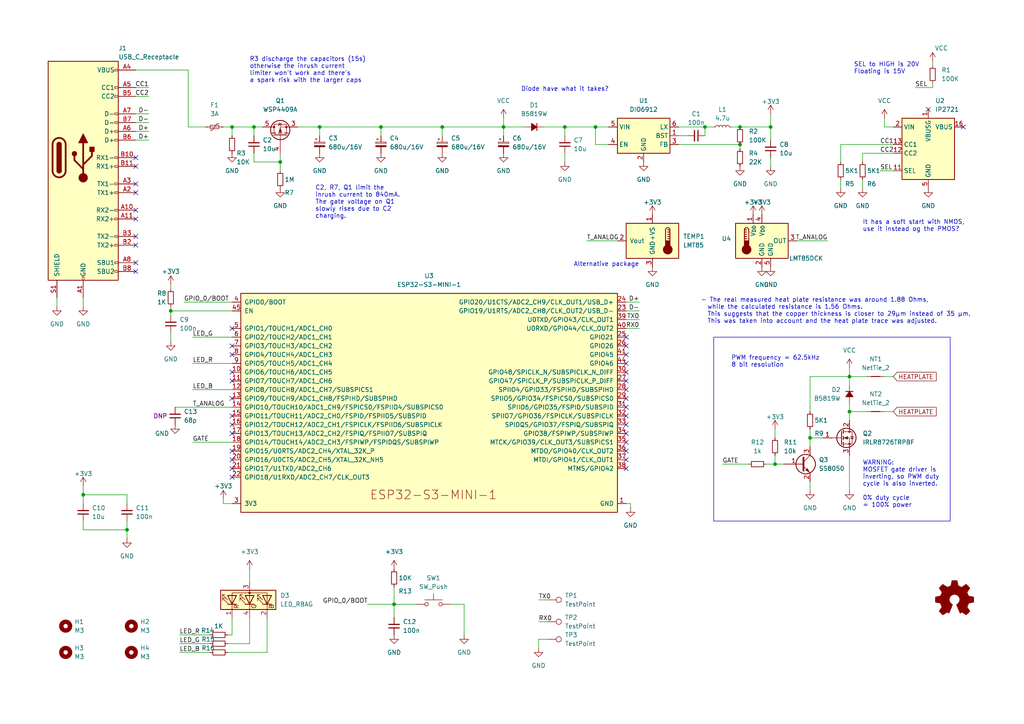
<source format=kicad_sch>
(kicad_sch (version 20230121) (generator eeschema)
  (paper "A4")
  (title_block (title "reflow solder plate") (date "2022-03-18") (rev "1.1"))
  (junction (at 92.71 36.83))
  (junction (at 73.66 36.83))
  (junction (at 223.52 36.83))
  (junction (at 24.13 143.51))
  (junction (at 49.53 90.17))
  (junction (at 110.49 36.83))
  (junction (at 224.79 134.62))
  (junction (at 128.27 36.83))
  (junction (at 81.28 46.99))
  (junction (at 146.05 36.83))
  (junction (at 204.47 36.83))
  (junction (at 214.63 41.91))
  (junction (at 36.83 153.67))
  (junction (at 114.3 175.26))
  (junction (at 163.83 36.83))
  (junction (at 172.72 36.83))
  (junction (at 246.38 119.38))
  (junction (at 67.31 36.83))
  (junction (at 246.38 109.22))
  (junction (at 214.63 36.83))
  (junction (at 234.95 127))
  (no_connect (at 67.31 130.81))
  (no_connect (at 67.31 133.35))
  (no_connect (at 67.31 135.89))
  (no_connect (at 67.31 138.43))
  (no_connect (at 67.31 100.33))
  (no_connect (at 67.31 102.87))
  (no_connect (at 67.31 107.95))
  (no_connect (at 67.31 110.49))
  (no_connect (at 67.31 95.25))
  (no_connect (at 67.31 115.57))
  (no_connect (at 67.31 120.65))
  (no_connect (at 67.31 123.19))
  (no_connect (at 67.31 125.73))
  (no_connect (at 181.61 107.95))
  (no_connect (at 181.61 105.41))
  (no_connect (at 181.61 102.87))
  (no_connect (at 181.61 100.33))
  (no_connect (at 181.61 97.79))
  (no_connect (at 181.61 135.89))
  (no_connect (at 181.61 133.35))
  (no_connect (at 181.61 130.81))
  (no_connect (at 181.61 128.27))
  (no_connect (at 181.61 125.73))
  (no_connect (at 181.61 123.19))
  (no_connect (at 181.61 120.65))
  (no_connect (at 181.61 118.11))
  (no_connect (at 181.61 115.57))
  (no_connect (at 181.61 113.03))
  (no_connect (at 181.61 110.49))
  (no_connect (at 279.4 36.83))
  (no_connect (at 269.24 31.75))
  (no_connect (at 39.37 78.74))
  (no_connect (at 39.37 76.2))
  (no_connect (at 39.37 45.72))
  (no_connect (at 39.37 71.12))
  (no_connect (at 39.37 68.58))
  (no_connect (at 39.37 63.5))
  (no_connect (at 39.37 55.88))
  (no_connect (at 39.37 60.96))
  (no_connect (at 39.37 53.34))
  (no_connect (at 39.37 48.26))
  (wire (pts (xy 81.28 44.45) (xy 81.28 46.99)))
  (wire (pts (xy 54.61 36.83) (xy 59.69 36.83)))
  (wire (pts (xy 181.61 90.17) (xy 185.42 90.17)))
  (wire (pts (xy 176.53 36.83) (xy 172.72 36.83)))
  (wire (pts (xy 181.61 95.25) (xy 185.42 95.25)))
  (wire (pts (xy 73.66 44.45) (xy 73.66 46.99)))
  (wire (pts (xy 39.37 25.4) (xy 43.18 25.4)))
  (wire (pts (xy 256.54 36.83) (xy 259.08 36.83)))
  (wire (pts (xy 158.75 185.42) (xy 156.21 185.42)))
  (wire (pts (xy 246.38 109.22) (xy 251.46 109.22)))
  (wire (pts (xy 72.39 186.69) (xy 72.39 179.07)))
  (polyline (pts (xy 207.01 97.79) (xy 207.01 151.13)))
  (wire (pts (xy 196.85 36.83) (xy 204.47 36.83)))
  (wire (pts (xy 128.27 36.83) (xy 110.49 36.83)))
  (wire (pts (xy 64.77 146.05) (xy 67.31 146.05)))
  (wire (pts (xy 39.37 40.64) (xy 43.18 40.64)))
  (wire (pts (xy 223.52 33.02) (xy 223.52 36.83)))
  (wire (pts (xy 76.2 36.83) (xy 73.66 36.83)))
  (wire (pts (xy 234.95 119.38) (xy 234.95 109.22)))
  (wire (pts (xy 270.51 17.78) (xy 270.51 19.05)))
  (wire (pts (xy 64.77 36.83) (xy 67.31 36.83)))
  (wire (pts (xy 114.3 170.18) (xy 114.3 175.26)))
  (wire (pts (xy 212.09 36.83) (xy 214.63 36.83)))
  (wire (pts (xy 246.38 119.38) (xy 246.38 121.92)))
  (wire (pts (xy 172.72 36.83) (xy 172.72 41.91)))
  (wire (pts (xy 50.8 118.11) (xy 67.31 118.11)))
  (wire (pts (xy 77.47 189.23) (xy 77.47 179.07)))
  (polyline (pts (xy 207.01 151.13) (xy 275.59 151.13)))
  (wire (pts (xy 224.79 132.08) (xy 224.79 134.62)))
  (wire (pts (xy 81.28 46.99) (xy 81.28 49.53)))
  (wire (pts (xy 55.88 113.03) (xy 67.31 113.03)))
  (wire (pts (xy 92.71 36.83) (xy 110.49 36.83)))
  (wire (pts (xy 72.39 165.1) (xy 72.39 168.91)))
  (wire (pts (xy 234.95 124.46) (xy 234.95 127)))
  (wire (pts (xy 52.07 189.23) (xy 60.96 189.23)))
  (wire (pts (xy 234.95 109.22) (xy 246.38 109.22)))
  (wire (pts (xy 214.63 41.91) (xy 214.63 43.18)))
  (wire (pts (xy 204.47 36.83) (xy 207.01 36.83)))
  (wire (pts (xy 196.85 39.37) (xy 199.39 39.37)))
  (wire (pts (xy 255.27 49.53) (xy 259.08 49.53)))
  (wire (pts (xy 256.54 109.22) (xy 259.08 109.22)))
  (wire (pts (xy 243.84 52.07) (xy 243.84 54.61)))
  (wire (pts (xy 24.13 140.97) (xy 24.13 143.51)))
  (wire (pts (xy 172.72 36.83) (xy 163.83 36.83)))
  (wire (pts (xy 114.3 175.26) (xy 114.3 179.07)))
  (wire (pts (xy 181.61 146.05) (xy 182.88 146.05)))
  (wire (pts (xy 67.31 90.17) (xy 49.53 90.17)))
  (wire (pts (xy 24.13 86.36) (xy 24.13 88.9)))
  (wire (pts (xy 256.54 34.29) (xy 256.54 36.83)))
  (wire (pts (xy 234.95 127) (xy 234.95 129.54)))
  (wire (pts (xy 250.19 44.45) (xy 259.08 44.45)))
  (wire (pts (xy 259.08 119.38) (xy 256.54 119.38)))
  (wire (pts (xy 250.19 52.07) (xy 250.19 54.61)))
  (wire (pts (xy 39.37 33.02) (xy 43.18 33.02)))
  (wire (pts (xy 52.07 184.15) (xy 60.96 184.15)))
  (wire (pts (xy 163.83 44.45) (xy 163.83 46.99)))
  (wire (pts (xy 240.03 69.85) (xy 231.14 69.85)))
  (wire (pts (xy 246.38 116.84) (xy 246.38 119.38)))
  (wire (pts (xy 54.61 20.32) (xy 54.61 36.83)))
  (wire (pts (xy 265.43 25.4) (xy 270.51 25.4)))
  (wire (pts (xy 39.37 38.1) (xy 43.18 38.1)))
  (wire (pts (xy 36.83 143.51) (xy 24.13 143.51)))
  (wire (pts (xy 49.53 88.9) (xy 49.53 90.17)))
  (polyline (pts (xy 275.59 97.79) (xy 275.59 151.13)))
  (wire (pts (xy 214.63 36.83) (xy 223.52 36.83)))
  (wire (pts (xy 156.21 173.99) (xy 158.75 173.99)))
  (wire (pts (xy 16.51 86.36) (xy 16.51 88.9)))
  (wire (pts (xy 224.79 134.62) (xy 227.33 134.62)))
  (wire (pts (xy 110.49 36.83) (xy 110.49 39.37)))
  (wire (pts (xy 53.34 87.63) (xy 67.31 87.63)))
  (wire (pts (xy 204.47 36.83) (xy 204.47 39.37)))
  (wire (pts (xy 234.95 139.7) (xy 234.95 142.24)))
  (wire (pts (xy 66.04 189.23) (xy 77.47 189.23)))
  (wire (pts (xy 234.95 127) (xy 238.76 127)))
  (wire (pts (xy 223.52 36.83) (xy 223.52 40.64)))
  (wire (pts (xy 246.38 109.22) (xy 246.38 111.76)))
  (wire (pts (xy 55.88 97.79) (xy 67.31 97.79)))
  (wire (pts (xy 92.71 36.83) (xy 92.71 39.37)))
  (wire (pts (xy 66.04 186.69) (xy 72.39 186.69)))
  (wire (pts (xy 67.31 36.83) (xy 73.66 36.83)))
  (wire (pts (xy 222.25 134.62) (xy 224.79 134.62)))
  (wire (pts (xy 128.27 36.83) (xy 128.27 39.37)))
  (wire (pts (xy 49.53 90.17) (xy 49.53 91.44)))
  (wire (pts (xy 224.79 124.46) (xy 224.79 127)))
  (wire (pts (xy 223.52 45.72) (xy 223.52 48.26)))
  (wire (pts (xy 55.88 105.41) (xy 67.31 105.41)))
  (wire (pts (xy 67.31 128.27) (xy 55.88 128.27)))
  (wire (pts (xy 39.37 20.32) (xy 54.61 20.32)))
  (wire (pts (xy 209.55 134.62) (xy 217.17 134.62)))
  (wire (pts (xy 250.19 46.99) (xy 250.19 44.45)))
  (wire (pts (xy 146.05 34.29) (xy 146.05 36.83)))
  (wire (pts (xy 39.37 27.94) (xy 43.18 27.94)))
  (wire (pts (xy 67.31 179.07) (xy 67.31 184.15)))
  (wire (pts (xy 246.38 106.68) (xy 246.38 109.22)))
  (wire (pts (xy 246.38 119.38) (xy 251.46 119.38)))
  (wire (pts (xy 156.21 180.34) (xy 158.75 180.34)))
  (wire (pts (xy 163.83 36.83) (xy 163.83 39.37)))
  (wire (pts (xy 49.53 96.52) (xy 49.53 99.06)))
  (wire (pts (xy 36.83 153.67) (xy 36.83 156.21)))
  (wire (pts (xy 24.13 151.13) (xy 24.13 153.67)))
  (wire (pts (xy 243.84 46.99) (xy 243.84 41.91)))
  (wire (pts (xy 36.83 143.51) (xy 36.83 146.05)))
  (wire (pts (xy 176.53 41.91) (xy 172.72 41.91)))
  (wire (pts (xy 170.18 69.85) (xy 179.07 69.85)))
  (wire (pts (xy 24.13 153.67) (xy 36.83 153.67)))
  (wire (pts (xy 130.81 175.26) (xy 134.62 175.26)))
  (wire (pts (xy 181.61 87.63) (xy 185.42 87.63)))
  (wire (pts (xy 39.37 35.56) (xy 43.18 35.56)))
  (wire (pts (xy 106.68 175.26) (xy 114.3 175.26)))
  (wire (pts (xy 156.21 185.42) (xy 156.21 187.96)))
  (wire (pts (xy 146.05 36.83) (xy 152.4 36.83)))
  (wire (pts (xy 86.36 36.83) (xy 92.71 36.83)))
  (wire (pts (xy 146.05 36.83) (xy 146.05 39.37)))
  (wire (pts (xy 243.84 41.91) (xy 259.08 41.91)))
  (wire (pts (xy 52.07 186.69) (xy 60.96 186.69)))
  (wire (pts (xy 270.51 25.4) (xy 270.51 24.13)))
  (wire (pts (xy 134.62 175.26) (xy 134.62 184.15)))
  (wire (pts (xy 36.83 151.13) (xy 36.83 153.67)))
  (wire (pts (xy 246.38 132.08) (xy 246.38 142.24)))
  (wire (pts (xy 157.48 36.83) (xy 163.83 36.83)))
  (wire (pts (xy 73.66 46.99) (xy 81.28 46.99)))
  (wire (pts (xy 181.61 92.71) (xy 185.42 92.71)))
  (polyline (pts (xy 207.01 97.79) (xy 275.59 97.79)))
  (wire (pts (xy 182.88 146.05) (xy 182.88 147.32)))
  (wire (pts (xy 146.05 36.83) (xy 128.27 36.83)))
  (wire (pts (xy 73.66 36.83) (xy 73.66 39.37)))
  (wire (pts (xy 196.85 41.91) (xy 214.63 41.91)))
  (wire (pts (xy 64.77 144.78) (xy 64.77 146.05)))
  (wire (pts (xy 67.31 36.83) (xy 67.31 39.37)))
  (wire (pts (xy 66.04 184.15) (xy 67.31 184.15)))
  (wire (pts (xy 24.13 143.51) (xy 24.13 146.05)))
  (wire (pts (xy 114.3 175.26) (xy 120.65 175.26)))
  (wire (pts (xy 49.53 82.55) (xy 49.53 83.82)))
  (text "C2, R7, Q1 limit the \ninrush current to 840mA.\nThe gate voltage on Q1\nslowly rises due to C2\ncharging." (at 91.44 63.5 0) (effects (font (size 1.27 1.27)) (justify left bottom)))
  (text "Alternative package" (at 166.37 77.47 0) (effects (font (size 1.27 1.27)) (justify left bottom)))
  (text "PWM frequency = 62.5kHz\n8 bit resolution" (at 212.09 106.68 0) (effects (font (size 1.27 1.27)) (justify left bottom)))
  (text "With a cold heat plate, the current consumption is too high for\nthe power supply, which are both rated at 3A. To reduce\nthe current consumption, a PWM signal MUST be applied to the MOSFET gate\nduring the warmup phase. The PWM frequency must be at least 50 kHz for the\nfilter capacitors to work properly.\nTo calculate the allowed duty cycle, the user must enter the calculated \nor measured heat trace resistance before first use. With this information,\nthe MCU can calculate the maximum current at 100% PWM, and then calculate\nthe allowed duty cycle:\n\nI_{cold} = V_{in} / R_{cold}\n\nPWM_{max} = 2.75A / I_{cold} (0.25A as margin)\n\nAs the temperature rises, the duty cycle can be set higher.\nThe resistance multiplies by approximately 1.63 from 20°C to 180°C.\n\nWith the calculated heat plate resistance, the results are:\n\nR_{cold} = 1.88 Ohms\nV_{in} = 20V\nI_{cold} = 10.6A\nPWM_{max} = 25%\n\nThe resistance of the hot heat plate is 3.08 Ohms, which would allow\nfor a higher current to flow.\n\nBehind this link you can simulate the power draw: \n\nAs always, some margin should be added to all calculations, do not run this\nthis device at full power all the time if it is avoidable." (at 307.34 152.4 0) (effects (font (size 1.27 1.27)) (justify left bottom)))
  (text "It has a soft start with NMOS, \nuse it instead og the PMOS?" (at 250.19 67.31 0) (effects (font (size 1.27 1.27)) (justify left bottom)))
  (text "WARNING:\nMOSFET gate driver is \ninverting, so PWM duty \ncycle is also inverted.\n\n0% duty cycle \n= 100% power" (at 250.19 147.32 0) (effects (font (size 1.27 1.27)) (justify left bottom)))
  (text "R3 discharge the capacitors (15s)\notherwise the inrush current\nlimiter won't work and there's\na spark risk with the larger caps" (at 72.39 24.13 0) (effects (font (size 1.27 1.27)) (justify left bottom)))
  (text "https://tinyurl.com/2pvo2wyf" (at 307.34 157.48 0) (effects (font (size 1.27 1.27)) (justify left bottom)))
  (text "Diode have what it takes?" (at 151.13 26.67 0) (effects (font (size 1.27 1.27)) (justify left bottom)))
  (text "- The real measured heat plate resistance was around 1.88 Ohms,\n  while the calculated resistance is 1.56 Ohms.\n  This suggests that the copper thickness is closer to 29µm instead of 35 µm.\n  This was taken into account and the heat plate trace was adjusted." (at 203.2 93.98 0) (effects (font (size 1.27 1.27)) (justify left bottom)))
  (text "SEL to HIGH is 20V\nFloating is 15V" (at 247.65 21.59 0) (effects (font (size 1.27 1.27)) (justify left bottom)))
  (label "CC2" (at 255.27 44.45 0))
  (label "GATE" (at 209.55 134.62 0))
  (label "CC1" (at 43.18 25.4 180))
  (label "T_ANALOG" (at 240.03 69.85 180))
  (label "TX0" (at 185.42 92.71 180))
  (label "LED_R" (at 55.88 105.41 0))
  (label "D+" (at 185.42 87.63 180))
  (label "TX0" (at 156.21 173.99 0))
  (label "D+" (at 43.18 40.64 180))
  (label "RX0" (at 156.21 180.34 0))
  (label "LED_G" (at 52.07 186.69 0))
  (label "D-" (at 43.18 35.56 180))
  (label "T_ANALOG" (at 55.88 118.11 0))
  (label "CC2" (at 43.18 27.94 180))
  (label "LED_R" (at 52.07 184.15 0))
  (label "LED_G" (at 55.88 97.79 0))
  (label "LED_B" (at 55.88 113.03 0))
  (label "LED_B" (at 52.07 189.23 0))
  (label "GATE" (at 55.88 128.27 0))
  (label "SEL" (at 265.43 25.4 0))
  (label "CC1" (at 255.27 41.91 0))
  (label "T_ANALOG" (at 170.18 69.85 0))
  (label "GPIO_0{slash}BOOT" (at 106.68 175.26 180))
  (label "RX0" (at 185.42 95.25 180))
  (label "D-" (at 185.42 90.17 180))
  (label "GPIO_0{slash}BOOT" (at 53.34 87.63 0))
  (label "D-" (at 43.18 33.02 180))
  (label "D+" (at 43.18 38.1 180))
  (label "SEL" (at 255.27 49.53 0))
  (global_label "HEATPLATE" (shape input) (at 259.08 109.22 0) (property "Intersheetrefs" "${INTERSHEET_REFS}" (effects hide)))
  (global_label "HEATPLATE" (shape input) (at 259.08 119.38 0) (property "Intersheetrefs" "${INTERSHEET_REFS}" (effects hide)))
  (symbol (lib_id "power:VCC") (at 270.51 17.78 0) (unit 1)
    (property "Reference" "#PWR01" (effects hide))
    (property "Value" "VCC" (at 273.05 13.97 0))
  )
  (symbol (lib_id "power:VCC") (at 246.38 106.68 0) (unit 1)
    (property "Reference" "#PWR024" (effects hide))
    (property "Value" "VCC" (at 246.38 101.6 0))
  )
  (symbol (lib_id "Device:R_Small") (at 81.28 52.07 0) (unit 1)
    (property "Reference" "R7" (at 82.55 55.88 0) (effects (justify left)))
    (property "Value" "1M" (at 82.55 52.07 0) (effects (justify left)))
    (property "Footprint" "Resistor_SMD:R_0603_1608Metric" (effects hide))
  )
  (symbol (lib_id "Mechanical:MountingHole") (at 38.1 189.23 0) (unit 1)
    (property "Reference" "H4" (at 40.64 187.9599 0) (effects (justify left)))
    (property "Value" "M3" (at 40.64 190.4999 0) (effects (justify left)))
    (property "Footprint" "MountingHole:MountingHole_3.2mm_M3" (effects hide))
    (property "Information" "buy both parts for studs and screws" (effects hide))
    (property "LCSC Part Number" "C551332" (effects hide))
    (property "LCSC Part Number Alternative" "C357543" (effects hide))
    (property "LCSC" "C551332" (effects hide))
  )
  (symbol (lib_id "lib:DIO6912") (at 186.69 39.37 0) (unit 1)
    (property "Reference" "U1" (at 186.69 29.21 0))
    (property "Value" "DIO6912" (at 186.69 31.75 0))
    (property "Footprint" "Package_TO_SOT_SMD:SOT-23-6" (effects hide))
    (property "Datasheet" "https://www.mouser.dk/datasheet/2/802/DIOO-07-31-2018-DIO6912_V1.2-1384794.pdf" (effects hide))
    (property "LCSC" "C444642" (effects hide))
  )
  (symbol (lib_id "User:IP2721") (at 269.24 43.18 0) (unit 1)
    (property "Reference" "U2" (at 271.2594 29.21 0) (effects (justify left)))
    (property "Value" "IP2721" (at 271.2594 31.75 0) (effects (justify left)))
    (property "Footprint" "Package_SO:TSSOP-16_4.4x5mm_P0.65mm" (effects hide))
    (property "Information" "currently not available at LCSC/JLCPCB, order on AliExpress" (effects hide))
    (property "JLCPCB basic part" "n" (effects hide))
    (property "LCSC Part Number" "C603176" (effects hide))
    (property "LCSC Part Number Alternative" "-" (effects hide))
    (property "LCSC" "C603176" (effects hide))
  )
  (symbol (lib_id "power:GND") (at 92.71 44.45 0) (unit 1)
    (property "Reference" "#PWR06" (effects hide))
    (property "Value" "GND" (at 92.71 49.53 0))
  )
  (symbol (lib_id "power:GND") (at 214.63 48.26 0) (unit 1)
    (property "Reference" "#PWR012" (effects hide))
    (property "Value" "GND" (at 214.63 53.34 0))
  )
  (symbol (lib_id "power:GND") (at 146.05 44.45 0) (unit 1)
    (property "Reference" "#PWR09" (effects hide))
    (property "Value" "GND" (at 146.05 49.53 0))
  )
  (symbol (lib_id "Device:C_Small") (at 114.3 181.61 180) (unit 1)
    (property "Reference" "C12" (at 116.84 180.3335 0) (effects (justify right)))
    (property "Value" "100n" (at 116.84 182.8735 0) (effects (justify right)))
    (property "Footprint" "Capacitor_SMD:C_0603_1608Metric" (effects hide))
    (property "LCSC" "C338036" (effects hide))
  )
  (symbol (lib_id "Device:C_Polarized_Small") (at 128.27 41.91 0) (unit 1)
    (property "Reference" "C5" (at 130.81 40.0938 0) (effects (justify left)))
    (property "Value" "680u/16V" (at 130.81 42.6338 0) (effects (justify left)))
    (property "Footprint" "Capacitor_THT:CP_Radial_D8.0mm_P3.50mm" (effects hide))
    (property "Information" "ripple current > 1A" (effects hide))
    (property "LCSC Part Number" "C88760" (effects hide))
    (property "LCSC Part Number Alternative" "C124221" (effects hide))
    (property "LCSC" "C88760" (effects hide))
  )
  (symbol (lib_id "power:GND") (at 50.8 123.19 0) (unit 1)
    (property "Reference" "#PWR025" (effects hide))
    (property "Value" "GND" (at 46.99 125.73 0))
  )
  (symbol (lib_id "power:GND") (at 163.83 46.99 0) (unit 1)
    (property "Reference" "#PWR010" (effects hide))
    (property "Value" "GND" (at 163.83 52.07 0))
  )
  (symbol (lib_id "User:Q_PMOS_SSSGDDDD") (at 81.28 39.37 90) (unit 1)
    (property "Reference" "Q1" (at 81.28 29.21 90))
    (property "Value" "WSP4409A" (at 81.28 31.75 90))
    (property "Footprint" "Package_SO:SOIC-8_3.9x4.9mm_P1.27mm" (effects hide))
    (property "Information" "PMOS, 30V, 15A, Rds(on) < 10mOhms" (effects hide))
    (property "LCSC Part Number" "C2880527" (effects hide))
    (property "LCSC Part Number Alternative" "C54807" (effects hide))
    (property "LCSC" "C2880527" (effects hide))
  )
  (symbol (lib_id "Device:C_Small") (at 201.93 39.37 270) (unit 1)
    (property "Reference" "C1" (at 201.9236 33.02 90))
    (property "Value" "100n" (at 201.9236 35.56 90))
    (property "Footprint" "Capacitor_SMD:C_0603_1608Metric" (effects hide))
    (property "LCSC" "C338036" (effects hide))
  )
  (symbol (lib_id "power:GND") (at 223.52 77.47 0) (unit 1)
    (property "Reference" "#PWR040" (effects hide))
    (property "Value" "GND" (at 223.52 82.55 0))
  )
  (symbol (lib_id "power:GND") (at 220.98 77.47 0) (unit 1)
    (property "Reference" "#PWR039" (effects hide))
    (property "Value" "GND" (at 220.98 82.55 0))
  )
  (symbol (lib_id "power:GND") (at 186.69 46.99 0) (unit 1)
    (property "Reference" "#PWR011" (effects hide))
    (property "Value" "GND" (at 186.69 52.07 0))
  )
  (symbol (lib_id "Device:C_Polarized_Small") (at 146.05 41.91 0) (unit 1)
    (property "Reference" "C6" (at 148.59 40.0938 0) (effects (justify left)))
    (property "Value" "680u/16V" (at 148.59 42.6338 0) (effects (justify left)))
    (property "Footprint" "Capacitor_THT:CP_Radial_D8.0mm_P3.50mm" (effects hide))
    (property "Information" "ripple current > 1A" (effects hide))
    (property "LCSC Part Number" "C88760" (effects hide))
    (property "LCSC Part Number Alternative" "C124221" (effects hide))
    (property "LCSC" "C88760" (effects hide))
  )
  (symbol (lib_id "power:GND") (at 49.53 99.06 0) (unit 1)
    (property "Reference" "#PWR023" (effects hide))
    (property "Value" "GND" (at 49.53 104.14 0))
  )
  (symbol (lib_id "Device:C_Small") (at 36.83 148.59 180) (unit 1)
    (property "Reference" "C11" (at 39.37 147.3135 0) (effects (justify right)))
    (property "Value" "100n" (at 39.37 149.8535 0) (effects (justify right)))
    (property "Footprint" "Capacitor_SMD:C_0603_1608Metric" (effects hide))
    (property "LCSC" "C338036" (effects hide))
  )
  (symbol (lib_id "Device:R_Small") (at 63.5 184.15 90) (unit 1)
    (property "Reference" "R14" (at 62.23 182.88 90) (effects (justify left)))
    (property "Value" "1K" (at 64.77 181.61 90) (effects (justify left)))
    (property "Footprint" "Resistor_SMD:R_0603_1608Metric" (effects hide))
    (property "LCSC" "C384295" (effects hide))
    (property "LCSC Part Number" "C384295" (effects hide))
    (property "LCSC Part Number Alternative" "C384295" (effects hide))
  )
  (symbol (lib_id "power:GND") (at 24.13 88.9 0) (unit 1)
    (property "Reference" "#PWR020" (effects hide))
    (property "Value" "GND" (at 24.13 93.98 0))
  )
  (symbol (lib_id "Device:L_Small") (at 209.55 36.83 90) (unit 1)
    (property "Reference" "L1" (at 209.55 31.75 90))
    (property "Value" "4.7u" (at 209.55 34.29 90))
    (property "Footprint" "Inductor_SMD:L_1210_3225Metric" (effects hide))
    (property "LCSC" "C90319" (effects hide))
  )
  (symbol (lib_id "Device:R_Small") (at 243.84 49.53 0) (unit 1)
    (property "Reference" "R5" (at 245.11 53.34 0) (effects (justify left)))
    (property "Value" "5K1" (at 245.11 49.53 0) (effects (justify left)))
    (property "Footprint" "Resistor_SMD:R_0603_1608Metric" (effects hide))
    (property "LCSC" "C14677" (effects hide))
  )
  (symbol (lib_id "power:GND") (at 243.84 54.61 0) (unit 1)
    (property "Reference" "#PWR015" (effects hide))
    (property "Value" "GND" (at 243.84 59.69 0))
  )
  (symbol (lib_id "Sensor_Temperature:LMT85DCK") (at 220.98 69.85 0) (unit 1)
    (property "Reference" "U4" (at 212.09 69.215 0) (effects (justify right)))
    (property "Value" "LMT85DCK" (at 238.76 74.93 0) (effects (justify right)))
    (property "Footprint" "Package_TO_SOT_SMD:SOT-353_SC-70-5" (effects hide))
    (property "Datasheet" "http://www.ti.com/lit/ds/symlink/lmt85-q1.pdf" (effects hide))
  )
  (symbol (lib_id "Espressif:ESP32-S3-MINI-1") (at 125.73 118.11 0) (unit 1)
    (property "Reference" "U3" (at 124.46 80.01 0))
    (property "Value" "ESP32-S3-MINI-1" (at 124.46 82.55 0))
    (property "Footprint" "Espressif:ESP32-S3-MINI-1" (effects hide))
    (property "Datasheet" "https://www.espressif.com/sites/default/files/documentation/esp32-s3-mini-1_mini-1u_datasheet_en.pdf" (effects hide))
    (property "LCSC" "C2913206" (effects hide))
  )
  (symbol (lib_id "power:+3.3V") (at 218.44 62.23 0) (mirror y) (unit 1)
    (property "Reference" "#PWR041" (effects hide))
    (property "Value" "+3.3V" (at 218.44 58.674 0))
  )
  (symbol (lib_id "Connector:USB_C_Receptacle") (at 24.13 45.72 0) (unit 1)
    (property "Reference" "J1" (at 35.56 13.97 0))
    (property "Value" "USB_C_Receptacle" (at 43.18 16.51 0))
    (property "Footprint" "Connector_USB:USB_C_Receptacle_HRO_TYPE-C-31-M-12" (effects hide))
    (property "Datasheet" "https://www.usb.org/sites/default/files/documents/usb_type-c.zip" (effects hide))
  )
  (symbol (lib_id "Device:D_Small_Filled") (at 246.38 114.3 270) (unit 1)
    (property "Reference" "D2" (at 243.84 113.0299 90) (effects (justify right)))
    (property "Value" "B5819W" (at 243.84 115.5699 90) (effects (justify right)))
    (property "Footprint" "Diode_SMD:D_SOD-123" (effects hide))
    (property "LCSC Part Number" "C64885" (effects hide))
    (property "LCSC Part Number Alternative" "C109213" (effects hide))
    (property "LCSC" "C64885" (effects hide))
  )
  (symbol (lib_id "Device:R_Small") (at 219.71 134.62 90) (unit 1)
    (property "Reference" "R12" (at 219.71 128.27 90))
    (property "Value" "1k" (at 219.71 130.81 90))
    (property "Footprint" "Resistor_SMD:R_0603_1608Metric" (effects hide))
    (property "Information" "1%" (effects hide))
    (property "LCSC Part Number" "C384295" (effects hide))
    (property "LCSC Part Number Alternative" "C384295" (effects hide))
    (property "LCSC" "C384295" (effects hide))
  )
  (symbol (lib_id "power:GND") (at 110.49 44.45 0) (unit 1)
    (property "Reference" "#PWR07" (effects hide))
    (property "Value" "GND" (at 110.49 49.53 0))
  )
  (symbol (lib_id "power:GND") (at 223.52 48.26 0) (unit 1)
    (property "Reference" "#PWR013" (effects hide))
    (property "Value" "GND" (at 223.52 53.34 0))
  )
  (symbol (lib_id "Device:C_Small") (at 50.8 120.65 180) (unit 1) (in_bom no)
    (property "Reference" "C13" (at 53.34 119.3735 0) (effects (justify right)))
    (property "Value" "68p" (at 53.34 121.9135 0) (effects (justify right)))
    (property "Footprint" "Capacitor_SMD:C_0603_1608Metric" (effects hide))
    (property "LCSC" "C162261" (effects hide))
    (property "DNP" "DNP" (at 44.45 120.65 0) (effects (justify right)))
  )
  (symbol (lib_id "Device:C_Small") (at 73.66 41.91 180) (unit 1)
    (property "Reference" "C2" (at 76.2 40.6335 0) (effects (justify right)))
    (property "Value" "10u" (at 76.2 43.1735 0) (effects (justify right)))
    (property "Footprint" "Capacitor_SMD:C_0603_1608Metric" (effects hide))
    (property "PN" "JMK107BJ106MA-T" (effects hide))
    (property "LCSC" "C87152" (effects hide))
  )
  (symbol (lib_id "Device:Polyfuse_Small") (at 62.23 36.83 90) (unit 1)
    (property "Reference" "F1" (at 62.23 30.48 90))
    (property "Value" "3A" (at 62.23 33.02 90))
    (property "Footprint" "Fuse:Fuse_2920_7451Metric" (effects hide))
    (property "Information" "alt part costs more, but can be assembled by JLCPCB" (effects hide))
    (property "LCSC Part Number" "C841188" (effects hide))
    (property "LCSC Part Number Alternative" "C841188" (effects hide))
    (property "LCSC" "C841188" (effects hide))
  )
  (symbol (lib_id "power:GND") (at 134.62 184.15 0) (unit 1)
    (property "Reference" "#PWR036" (effects hide))
    (property "Value" "GND" (at 134.62 189.23 0))
  )
  (symbol (lib_id "power:VCC") (at 256.54 34.29 0) (unit 1)
    (property "Reference" "#PWR04" (effects hide))
    (property "Value" "VCC" (at 256.54 29.21 0))
  )
  (symbol (lib_id "power:+3.3V") (at 24.13 140.97 0) (unit 1)
    (property "Reference" "#PWR027" (effects hide))
    (property "Value" "+3.3V" (at 24.13 137.414 0))
  )
  (symbol (lib_id "power:+3.3V") (at 114.3 165.1 0) (unit 1)
    (property "Reference" "#PWR034" (effects hide))
    (property "Value" "+3.3V" (at 114.3 160.02 0))
  )
  (symbol (lib_id "power:+3.3V") (at 64.77 144.78 0) (unit 1)
    (property "Reference" "#PWR030" (effects hide))
    (property "Value" "+3.3V" (at 64.77 140.97 0))
  )
  (symbol (lib_id "power:VCC") (at 146.05 34.29 0) (unit 1)
    (property "Reference" "#PWR03" (effects hide))
    (property "Value" "VCC" (at 146.05 29.21 0))
  )
  (symbol (lib_id "Device:C_Small") (at 24.13 148.59 180) (unit 1)
    (property "Reference" "C10" (at 26.67 147.3135 0) (effects (justify right)))
    (property "Value" "10u" (at 26.67 149.8535 0) (effects (justify right)))
    (property "Footprint" "Capacitor_SMD:C_0603_1608Metric" (effects hide))
    (property "PN" "JMK107BJ106MA-T" (effects hide))
    (property "LCSC" "C87152" (effects hide))
  )
  (symbol (lib_id "power:+3.3V") (at 49.53 82.55 0) (unit 1)
    (property "Reference" "#PWR022" (effects hide))
    (property "Value" "+3.3V" (at 49.53 78.74 0))
  )
  (symbol (lib_id "power:+3.3V") (at 189.23 62.23 0) (mirror y) (unit 1)
    (property "Reference" "#PWR018" (effects hide))
    (property "Value" "+3.3V" (at 189.23 58.674 0))
  )
  (symbol (lib_id "Device:C_Polarized_Small") (at 92.71 41.91 0) (unit 1)
    (property "Reference" "C3" (at 95.25 40.0938 0) (effects (justify left)))
    (property "Value" "680u/16V" (at 95.25 42.6338 0) (effects (justify left)))
    (property "Footprint" "Capacitor_THT:CP_Radial_D8.0mm_P3.50mm" (effects hide))
    (property "Information" "ripple current > 1A" (effects hide))
    (property "LCSC Part Number" "C88760" (effects hide))
    (property "LCSC Part Number Alternative" "C124221" (effects hide))
    (property "LCSC" "C88760" (effects hide))
  )
  (symbol (lib_id "Mechanical:MountingHole") (at 19.05 181.61 0) (unit 1)
    (property "Reference" "H1" (at 21.59 180.3399 0) (effects (justify left)))
    (property "Value" "M3" (at 21.59 182.8799 0) (effects (justify left)))
    (property "Footprint" "MountingHole:MountingHole_3.2mm_M3" (effects hide))
    (property "Information" "buy both parts for studs and screws" (effects hide))
    (property "LCSC Part Number" "C551332" (effects hide))
    (property "LCSC Part Number Alternative" "C357543" (effects hide))
    (property "LCSC" "C551332" (effects hide))
  )
  (symbol (lib_id "Connector:TestPoint") (at 158.75 185.42 270) (unit 1)
    (property "Reference" "TP3" (at 163.83 184.1499 90) (effects (justify left)))
    (property "Value" "TestPoint" (at 163.83 186.6899 90) (effects (justify left)))
    (property "Footprint" "TestPoint:TestPoint_Pad_D1.5mm" (effects hide))
  )
  (symbol (lib_id "power:GND") (at 67.31 44.45 0) (unit 1)
    (property "Reference" "#PWR05" (effects hide))
    (property "Value" "GND" (at 67.31 49.53 0))
  )
  (symbol (lib_id "power:GND") (at 250.19 54.61 0) (unit 1)
    (property "Reference" "#PWR016" (effects hide))
    (property "Value" "GND" (at 250.19 59.69 0))
  )
  (symbol (lib_id "Device:Q_NPN_BEC") (at 232.41 134.62 0) (unit 1)
    (property "Reference" "Q3" (at 237.49 133.3499 0) (effects (justify left)))
    (property "Value" "SS8050" (at 237.49 135.8899 0) (effects (justify left)))
    (property "Footprint" "Package_TO_SOT_SMD:SOT-23" (effects hide))
    (property "LCSC Part Number" "C444722" (effects hide))
    (property "LCSC Part Number Alternative" "C2150" (effects hide))
    (property "LCSC" "C444722" (effects hide))
  )
  (symbol (lib_id "Connector:TestPoint") (at 158.75 180.34 270) (unit 1)
    (property "Reference" "TP2" (at 163.83 179.0699 90) (effects (justify left)))
    (property "Value" "TestPoint" (at 163.83 181.6099 90) (effects (justify left)))
    (property "Footprint" "TestPoint:TestPoint_Pad_D1.5mm" (effects hide))
  )
  (symbol (lib_id "Device:R_Small") (at 224.79 129.54 180) (unit 1)
    (property "Reference" "R11" (at 227.33 128.2699 0) (effects (justify right)))
    (property "Value" "10k" (at 227.33 130.8099 0) (effects (justify right)))
    (property "Footprint" "Resistor_SMD:R_0603_1608Metric" (effects hide))
    (property "Information" "1%" (effects hide))
    (property "LCSC Part Number" "C17414" (effects hide))
    (property "LCSC Part Number Alternative" "C84376" (effects hide))
    (property "LCSC" "C17414" (effects hide))
  )
  (symbol (lib_id "Graphic:Logo_Open_Hardware_Small") (at 276.86 173.99 0) (unit 1) (in_bom no)
    (property "Reference" "LOGO1" (effects hide))
    (property "Value" "Logo_Open_Hardware_Small" (effects hide))
    (property "Footprint" "Symbol:OSHW-Logo2_7.3x6mm_SilkScreen" (effects hide))
  )
  (symbol (lib_id "power:GND") (at 269.24 54.61 0) (unit 1)
    (property "Reference" "#PWR017" (effects hide))
    (property "Value" "GND" (at 269.24 59.69 0))
  )
  (symbol (lib_id "power:GND") (at 234.95 142.24 0) (unit 1)
    (property "Reference" "#PWR028" (effects hide))
    (property "Value" "GND" (at 234.95 147.32 0))
  )
  (symbol (lib_id "power:GND") (at 182.88 147.32 0) (unit 1)
    (property "Reference" "#PWR031" (effects hide))
    (property "Value" "GND" (at 182.88 152.4 0))
  )
  (symbol (lib_id "power:+3.3V") (at 224.79 124.46 0) (unit 1)
    (property "Reference" "#PWR026" (effects hide))
    (property "Value" "+3.3V" (at 224.79 120.904 0))
  )
  (symbol (lib_id "power:GND") (at 189.23 77.47 0) (unit 1)
    (property "Reference" "#PWR021" (effects hide))
    (property "Value" "GND" (at 189.23 82.55 0))
  )
  (symbol (lib_id "Device:R_Small") (at 67.31 41.91 0) (unit 1)
    (property "Reference" "R3" (at 68.58 44.45 0) (effects (justify left)))
    (property "Value" "10K" (at 68.58 46.99 0) (effects (justify left)))
    (property "Footprint" "Resistor_SMD:R_0603_1608Metric" (effects hide))
    (property "LCSC" "C17414" (effects hide))
    (property "LCSC Part Number" "C17414" (effects hide))
    (property "LCSC Part Number Alternative" "C17414" (effects hide))
  )
  (symbol (lib_id "power:GND") (at 114.3 184.15 0) (unit 1)
    (property "Reference" "#PWR035" (effects hide))
    (property "Value" "GND" (at 114.3 189.23 0))
  )
  (symbol (lib_id "power:+3.3V") (at 72.39 165.1 0) (unit 1)
    (property "Reference" "#PWR033" (effects hide))
    (property "Value" "+3.3V" (at 72.39 160.02 0))
  )
  (symbol (lib_id "Device:R_Small") (at 63.5 189.23 270) (unit 1)
    (property "Reference" "R16" (at 58.42 187.96 90) (effects (justify left)))
    (property "Value" "1K" (effects hide))
    (property "Footprint" "Resistor_SMD:R_0603_1608Metric" (effects hide))
    (property "LCSC" "C384295" (effects hide))
    (property "LCSC Part Number" "C384295" (effects hide))
    (property "LCSC Part Number Alternative" "C384295" (effects hide))
  )
  (symbol (lib_id "Device:R_Small") (at 49.53 86.36 180) (unit 1)
    (property "Reference" "R8" (at 48.26 85.09 0) (effects (justify left)))
    (property "Value" "1K" (at 48.26 87.63 0) (effects (justify left)))
    (property "Footprint" "Resistor_SMD:R_0603_1608Metric" (effects hide))
    (property "LCSC" "C384295" (effects hide))
    (property "LCSC Part Number" "C384295" (effects hide))
    (property "LCSC Part Number Alternative" "C384295" (effects hide))
  )
  (symbol (lib_id "power:+3.3V") (at 220.98 62.23 0) (mirror y) (unit 1)
    (property "Reference" "#PWR038" (effects hide))
    (property "Value" "+3.3V" (at 220.98 58.674 0))
  )
  (symbol (lib_id "Device:R_Small") (at 63.5 186.69 270) (unit 1)
    (property "Reference" "R15" (at 58.42 185.42 90) (effects (justify left)))
    (property "Value" "1K" (effects hide))
    (property "Footprint" "Resistor_SMD:R_0603_1608Metric" (effects hide))
    (property "LCSC" "C384295" (effects hide))
    (property "LCSC Part Number" "C384295" (effects hide))
    (property "LCSC Part Number Alternative" "C384295" (effects hide))
  )
  (symbol (lib_id "power:GND") (at 246.38 142.24 0) (unit 1)
    (property "Reference" "#PWR029" (effects hide))
    (property "Value" "GND" (at 246.38 147.32 0))
  )
  (symbol (lib_id "power:+3.3V") (at 223.52 33.02 0) (unit 1)
    (property "Reference" "#PWR02" (effects hide))
    (property "Value" "+3.3V" (at 223.52 29.464 0))
  )
  (symbol (lib_id "power:GND") (at 81.28 54.61 0) (unit 1)
    (property "Reference" "#PWR014" (effects hide))
    (property "Value" "GND" (at 81.28 59.69 0))
  )
  (symbol (lib_id "Device:R_Small") (at 114.3 167.64 0) (unit 1)
    (property "Reference" "R13" (at 115.57 171.45 0) (effects (justify left)))
    (property "Value" "10K" (at 115.57 167.64 0) (effects (justify left)))
    (property "Footprint" "Resistor_SMD:R_0603_1608Metric" (effects hide))
    (property "LCSC" "C17414" (effects hide))
    (property "LCSC Part Number" "C17414" (effects hide))
    (property "LCSC Part Number Alternative" "C17414" (effects hide))
  )
  (symbol (lib_id "power:GND") (at 16.51 88.9 0) (unit 1)
    (property "Reference" "#PWR019" (effects hide))
    (property "Value" "GND" (at 16.51 93.98 0))
  )
  (symbol (lib_id "Device:LED_RBAG") (at 72.39 173.99 90) (unit 1)
    (property "Reference" "D3" (at 81.28 172.7199 90) (effects (justify right)))
    (property "Value" "LED_RBAG" (at 81.28 175.2599 90) (effects (justify right)))
    (property "Footprint" "LED_SMD:LED_Cree-PLCC4_2x2mm_CW" (effects hide))
    (property "LCSC" "C108793" (effects hide))
  )
  (symbol (lib_id "Device:C_Small") (at 223.52 43.18 180) (unit 1)
    (property "Reference" "C8" (at 226.06 41.9035 0) (effects (justify right)))
    (property "Value" "10u" (at 226.06 44.4435 0) (effects (justify right)))
    (property "Footprint" "Capacitor_SMD:C_0603_1608Metric" (effects hide))
    (property "PN" "JMK107BJ106MA-T" (effects hide))
    (property "LCSC" "C87152" (effects hide))
  )
  (symbol (lib_id "Device:NetTie_2") (at 254 119.38 0) (unit 1) (in_bom no)
    (property "Reference" "NT2" (at 254 114.3 0))
    (property "Value" "NetTie_2" (at 254 116.84 0))
    (property "Footprint" "NetTie:NetTie-2_SMD_Pad1.3mm" (effects hide))
  )
  (symbol (lib_id "Device:R_Small") (at 214.63 39.37 0) (unit 1)
    (property "Reference" "R2" (at 217.17 38.0999 0) (effects (justify left)))
    (property "Value" "100K" (at 217.17 40.6399 0) (effects (justify left)))
    (property "Footprint" "Resistor_SMD:R_0603_1608Metric" (effects hide))
    (property "LCSC" "C2907088" (effects hide))
  )
  (symbol (lib_id "power:GND") (at 128.27 44.45 0) (unit 1)
    (property "Reference" "#PWR08" (effects hide))
    (property "Value" "GND" (at 128.27 49.53 0))
  )
  (symbol (lib_id "Device:NetTie_2") (at 254 109.22 0) (unit 1) (in_bom no)
    (property "Reference" "NT1" (at 254 104.14 0))
    (property "Value" "NetTie_2" (at 254 106.68 0))
    (property "Footprint" "NetTie:NetTie-2_SMD_Pad1.3mm" (effects hide))
  )
  (symbol (lib_id "Switch:SW_Push") (at 125.73 175.26 0) (unit 1)
    (property "Reference" "SW1" (at 125.73 167.64 0))
    (property "Value" "SW_Push" (at 125.73 170.18 0))
    (property "Footprint" "Button_Switch_THT:SW_PUSH_6mm_H4.3mm" (effects hide))
    (property "LCSC" "C499289" (effects hide))
  )
  (symbol (lib_id "Device:Q_NMOS_GDS") (at 243.84 127 0) (unit 1)
    (property "Reference" "Q2" (at 250.19 125.7299 0) (effects (justify left)))
    (property "Value" "IRLR8726TRPBF" (at 250.19 128.2699 0) (effects (justify left)))
    (property "Footprint" "Package_TO_SOT_SMD:TO-252-2" (effects hide))
    (property "Information" "NMOS, 30V, 60A, Rds(on) < 10mOhms" (effects hide))
    (property "LCSC Part Number" "C81137" (effects hide))
    (property "LCSC Part Number Alternative" "C108901" (effects hide))
    (property "LCSC" "C81137" (effects hide))
  )
  (symbol (lib_id "Device:C_Polarized_Small") (at 110.49 41.91 0) (unit 1)
    (property "Reference" "C4" (at 113.03 40.0938 0) (effects (justify left)))
    (property "Value" "680u/16V" (at 113.03 42.6338 0) (effects (justify left)))
    (property "Footprint" "Capacitor_THT:CP_Radial_D8.0mm_P3.50mm" (effects hide))
    (property "Information" "ripple current > 1A" (effects hide))
    (property "LCSC Part Number" "C88760" (effects hide))
    (property "LCSC Part Number Alternative" "C124221" (effects hide))
    (property "LCSC" "C88760" (effects hide))
  )
  (symbol (lib_id "power:GND") (at 156.21 187.96 0) (unit 1)
    (property "Reference" "#PWR037" (effects hide))
    (property "Value" "GND" (at 156.21 193.04 0))
  )
  (symbol (lib_id "Device:C_Small") (at 163.83 41.91 180) (unit 1)
    (property "Reference" "C7" (at 166.37 40.6335 0) (effects (justify right)))
    (property "Value" "10u" (at 166.37 43.1735 0) (effects (justify right)))
    (property "Footprint" "Capacitor_SMD:C_0603_1608Metric" (effects hide))
    (property "PN" "JMK107BJ106MA-T" (effects hide))
    (property "LCSC" "C87152" (effects hide))
  )
  (symbol (lib_id "Device:R_Small") (at 234.95 121.92 0) (unit 1)
    (property "Reference" "R9" (at 236.22 125.73 0) (effects (justify left)))
    (property "Value" "5K1" (at 236.22 121.92 0) (effects (justify left)))
    (property "Footprint" "Resistor_SMD:R_0603_1608Metric" (effects hide))
    (property "LCSC" "C14677" (effects hide))
  )
  (symbol (lib_id "power:GND") (at 36.83 156.21 0) (unit 1)
    (property "Reference" "#PWR032" (effects hide))
    (property "Value" "GND" (at 36.83 161.29 0))
  )
  (symbol (lib_id "Device:R_Small") (at 250.19 49.53 0) (unit 1)
    (property "Reference" "R6" (at 251.46 53.34 0) (effects (justify left)))
    (property "Value" "5K1" (at 251.46 49.53 0) (effects (justify left)))
    (property "Footprint" "Resistor_SMD:R_0603_1608Metric" (effects hide))
    (property "LCSC" "C14677" (effects hide))
  )
  (symbol (lib_id "Sensor_Temperature:LM35-LP") (at 189.23 69.85 0) (mirror y) (unit 1)
    (property "Reference" "TEMP1" (at 198.12 68.5799 0) (effects (justify right)))
    (property "Value" "LMT85" (at 198.12 71.1199 0) (effects (justify right)))
    (property "Footprint" "Package_TO_SOT_THT:TO-92_Inline" (effects hide))
    (property "LCSC Part Number" "C75856" (effects hide))
    (property "LCSC" "C75856" (effects hide))
  )
  (symbol (lib_id "Mechanical:MountingHole") (at 38.1 181.61 0) (unit 1)
    (property "Reference" "H2" (at 40.64 180.3399 0) (effects (justify left)))
    (property "Value" "M3" (at 40.64 182.8799 0) (effects (justify left)))
    (property "Footprint" "MountingHole:MountingHole_3.2mm_M3" (effects hide))
    (property "Information" "buy both parts for studs and screws" (effects hide))
    (property "LCSC Part Number" "C551332" (effects hide))
    (property "LCSC Part Number Alternative" "C357543" (effects hide))
    (property "LCSC" "C551332" (effects hide))
  )
  (symbol (lib_id "Device:C_Small") (at 49.53 93.98 180) (unit 1)
    (property "Reference" "C9" (at 52.07 92.7035 0) (effects (justify right)))
    (property "Value" "100n" (at 52.07 95.2435 0) (effects (justify right)))
    (property "Footprint" "Capacitor_SMD:C_0603_1608Metric" (effects hide))
    (property "LCSC" "C338036" (effects hide))
  )
  (symbol (lib_id "Device:R_Small") (at 214.63 45.72 0) (unit 1)
    (property "Reference" "R4" (at 217.17 44.4499 0) (effects (justify left)))
    (property "Value" "22K" (at 217.17 46.9899 0) (effects (justify left)))
    (property "Footprint" "Resistor_SMD:R_0603_1608Metric" (effects hide))
    (property "LCSC" "C2907128" (effects hide))
  )
  (symbol (lib_id "Connector:TestPoint") (at 158.75 173.99 270) (unit 1)
    (property "Reference" "TP1" (at 163.83 172.7199 90) (effects (justify left)))
    (property "Value" "TestPoint" (at 163.83 175.2599 90) (effects (justify left)))
    (property "Footprint" "TestPoint:TestPoint_Pad_D1.5mm" (effects hide))
  )
  (symbol (lib_id "Device:R_Small") (at 270.51 21.59 0) (unit 1)
    (property "Reference" "R1" (at 273.05 20.3199 0) (effects (justify left)))
    (property "Value" "100K" (at 273.05 22.8599 0) (effects (justify left)))
    (property "Footprint" "Resistor_SMD:R_0603_1608Metric" (effects hide))
    (property "LCSC" "C2907088" (effects hide))
  )
  (symbol (lib_id "Mechanical:MountingHole") (at 19.05 189.23 0) (unit 1)
    (property "Reference" "H3" (at 21.59 187.9599 0) (effects (justify left)))
    (property "Value" "M3" (at 21.59 190.4999 0) (effects (justify left)))
    (property "Footprint" "MountingHole:MountingHole_3.2mm_M3" (effects hide))
    (property "Information" "buy both parts for studs and screws" (effects hide))
    (property "LCSC Part Number" "C551332" (effects hide))
    (property "LCSC Part Number Alternative" "C357543" (effects hide))
    (property "LCSC" "C551332" (effects hide))
  )
  (symbol (lib_id "Device:D_Small_Filled") (at 154.94 36.83 180) (unit 1)
    (property "Reference" "D1" (at 154.94 30.48 0))
    (property "Value" "B5819W" (at 154.94 33.02 0))
    (property "Footprint" "Diode_SMD:D_SOD-123" (effects hide))
    (property "LCSC Part Number" "C64885" (effects hide))
    (property "LCSC Part Number Alternative" "C109213" (effects hide))
    (property "LCSC" "C64885" (effects hide))
  )
)
</source>
